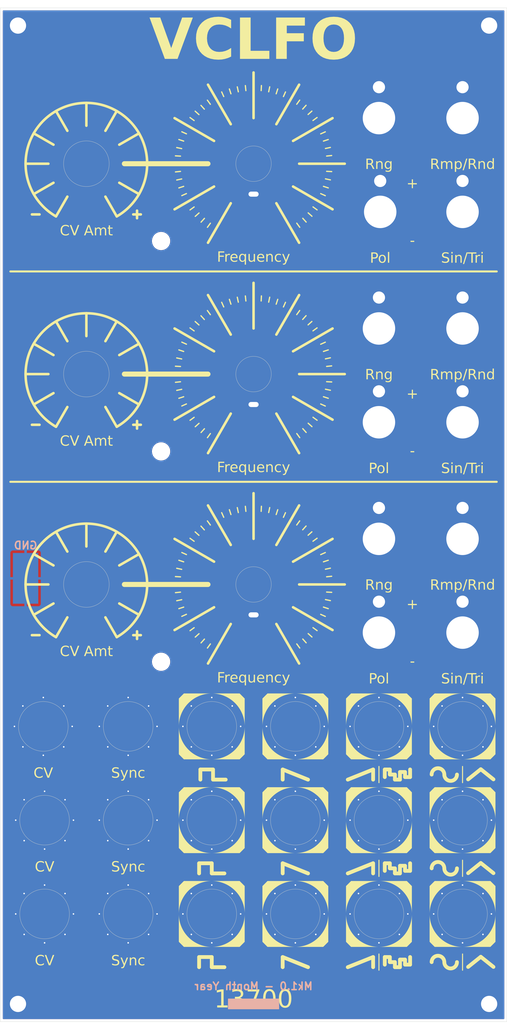
<source format=kicad_pcb>
(kicad_pcb (version 20241229) (generator "pcbnew") (generator_version "9.0")
  (title_block (title "Kosmo Format Front Panel - 10 cm") (company "DMH Instruments"))
  (layers (0 "F.Cu" signal) (2 "B.Cu" signal) (13 "F.Paste" user) (15 "B.Paste" user) (5 "F.SilkS" user "F.Silkscreen") (7 "B.SilkS" user "B.Silkscreen") (1 "F.Mask" user) (3 "B.Mask" user) (25 "Edge.Cuts" user))
  (property "Function" "")
  (net 0 "")
  (net 1 "GND")
  (footprint "SynthStuff:Jack_6.35mm_Cutout_v3" (layer "F.Cu") (at 58.75 208.75)
    (property "Reference" "H30")
    (property "Value" "CV" (at 0 9.3 0) (layer "F.SilkS") (effects (font (size 2 2))))
    (fp_circle (center 0 0) (end 0 -4.9) (stroke (width 0.05)) (fill no) (layer "Edge.Cuts"))
    (pad "1" thru_hole circle (at -5.7 0) (size 0.5 0.5) (drill 0.3) (layers "*.Cu" "*.Mask") (net 1 "GND"))
    (pad "1" thru_hole circle (at -4.04 -4.03) (size 0.5 0.5) (drill 0.3) (layers "*.Cu" "*.Mask") (net 1 "GND"))
    (pad "1" thru_hole circle (at -4.03 4.04) (size 0.5 0.5) (drill 0.3) (layers "*.Cu" "*.Mask") (net 1 "GND"))
    (pad "1" thru_hole circle (at 0 -5.7) (size 0.5 0.5) (drill 0.3) (layers "*.Cu" "*.Mask") (net 1 "GND"))
    (pad "1" connect circle (at 0 0) (size 12 12) (layers "F.Cu" "F.Mask") (net 1 "GND"))
    (pad "1" connect circle (at 0 0) (size 12 12) (layers "B.Cu" "B.Mask") (net 1 "GND"))
    (pad "1" thru_hole circle (at 0 5.7) (size 0.5 0.5) (drill 0.3) (layers "*.Cu" "*.Mask") (net 1 "GND"))
    (pad "1" thru_hole circle (at 4.03 4.04) (size 0.5 0.5) (drill 0.3) (layers "*.Cu" "*.Mask") (net 1 "GND"))
    (pad "1" thru_hole circle (at 4.04 -4.03) (size 0.5 0.5) (drill 0.3) (layers "*.Cu" "*.Mask") (net 1 "GND"))
    (pad "1" thru_hole circle (at 5.7 0) (size 0.5 0.5) (drill 0.3) (layers "*.Cu" "*.Mask") (net 1 "GND"))
  )
  (footprint "SynthStuff:MountingHole_Rails" (layer "F.Cu") (at 53.5 226.5)
    (property "Reference" "H3")
    (property "Value" "MountingHole_Rails" (hide yes))
    (pad "1" thru_hole circle (at 0 0) (size 4 4) (drill 3.2) (layers "*.Cu" "*.Mask") (net 1 "GND"))
  )
  (footprint "SynthStuff:Jack_6.35mm_Cutout_Output_v6" (layer "F.Cu") (at 141.25 171.75)
    (property "Reference" "H11")
    (property "Value" "Triangle / Sine" (hide yes))
    (fp_circle (center 0 0) (end 0 -4.9) (stroke (width 0.05)) (fill no) (layer "Edge.Cuts"))
    (pad "1" thru_hole circle (at -5.7 0) (size 0.5 0.5) (drill 0.3) (layers "*.Cu" "*.Mask") (net 1 "GND"))
    (pad "1" thru_hole circle (at -4.04 -4.03) (size 0.5 0.5) (drill 0.3) (layers "*.Cu" "*.Mask") (net 1 "GND"))
    (pad "1" thru_hole circle (at -4.03 4.04) (size 0.5 0.5) (drill 0.3) (layers "*.Cu" "*.Mask") (net 1 "GND"))
    (pad "1" thru_hole circle (at 0 -5.7) (size 0.5 0.5) (drill 0.3) (layers "*.Cu" "*.Mask") (net 1 "GND"))
    (pad "1" connect circle (at 0 0) (size 12 12) (layers "F.Cu" "F.Mask") (net 1 "GND"))
    (pad "1" connect circle (at 0 0) (size 12 12) (layers "B.Cu" "B.Mask") (net 1 "GND"))
    (pad "1" thru_hole circle (at 0 5.7) (size 0.5 0.5) (drill 0.3) (layers "*.Cu" "*.Mask") (net 1 "GND"))
    (pad "1" thru_hole circle (at 4.03 4.04) (size 0.5 0.5) (drill 0.3) (layers "*.Cu" "*.Mask") (net 1 "GND"))
    (pad "1" thru_hole circle (at 4.04 -4.03) (size 0.5 0.5) (drill 0.3) (layers "*.Cu" "*.Mask") (net 1 "GND"))
    (pad "1" thru_hole circle (at 5.7 0) (size 0.5 0.5) (drill 0.3) (layers "*.Cu" "*.Mask") (net 1 "GND"))
  )
  (footprint "SynthStuff:Jack_6.35mm_Cutout_v3" (layer "F.Cu") (at 75.25 171.75)
    (property "Reference" "H21")
    (property "Value" "Sync" (at 0 9.3 0) (layer "F.SilkS") (effects (font (size 2 2))))
    (fp_circle (center 0 0) (end 0 -4.9) (stroke (width 0.05)) (fill no) (layer "Edge.Cuts"))
    (pad "1" thru_hole circle (at -5.7 0) (size 0.5 0.5) (drill 0.3) (layers "*.Cu" "*.Mask") (net 1 "GND"))
    (pad "1" thru_hole circle (at -4.04 -4.03) (size 0.5 0.5) (drill 0.3) (layers "*.Cu" "*.Mask") (net 1 "GND"))
    (pad "1" thru_hole circle (at -4.03 4.04) (size 0.5 0.5) (drill 0.3) (layers "*.Cu" "*.Mask") (net 1 "GND"))
    (pad "1" thru_hole circle (at 0 -5.7) (size 0.5 0.5) (drill 0.3) (layers "*.Cu" "*.Mask") (net 1 "GND"))
    (pad "1" connect circle (at 0 0) (size 12 12) (layers "F.Cu" "F.Mask") (net 1 "GND"))
    (pad "1" connect circle (at 0 0) (size 12 12) (layers "B.Cu" "B.Mask") (net 1 "GND"))
    (pad "1" thru_hole circle (at 0 5.7) (size 0.5 0.5) (drill 0.3) (layers "*.Cu" "*.Mask") (net 1 "GND"))
    (pad "1" thru_hole circle (at 4.03 4.04) (size 0.5 0.5) (drill 0.3) (layers "*.Cu" "*.Mask") (net 1 "GND"))
    (pad "1" thru_hole circle (at 4.04 -4.03) (size 0.5 0.5) (drill 0.3) (layers "*.Cu" "*.Mask") (net 1 "GND"))
    (pad "1" thru_hole circle (at 5.7 0) (size 0.5 0.5) (drill 0.3) (layers "*.Cu" "*.Mask") (net 1 "GND"))
  )
  (footprint "SynthStuff:Toggle_Switch_TE_Cutout" (layer "F.Cu") (at 124.75 93.25)
    (property "Reference" "H42")
    (property "Value" "Rng" (at 0 9.2 0) (layer "F.SilkS") (effects (font (size 2 2))))
    (pad "1" thru_hole circle (at 0 -6.1) (size 2.9 2.9) (drill 2.4) (layers "*.Cu" "*.Mask") (net 1 "GND"))
    (pad "1" thru_hole circle (at 0 0) (size 13 13) (drill 6.4) (layers "*.Cu" "*.Mask") (net 1 "GND"))
  )
  (footprint "SynthStuff:Jack_6.35mm_Cutout_Output_v6" (layer "F.Cu") (at 124.75 208.75)
    (property "Reference" "H33")
    (property "Value" "Ramp / Random" (hide yes))
    (fp_circle (center 0 0) (end 0 -4.9) (stroke (width 0.05)) (fill no) (layer "Edge.Cuts"))
    (pad "1" thru_hole circle (at -5.7 0) (size 0.5 0.5) (drill 0.3) (layers "*.Cu" "*.Mask") (net 1 "GND"))
    (pad "1" thru_hole circle (at -4.04 -4.03) (size 0.5 0.5) (drill 0.3) (layers "*.Cu" "*.Mask") (net 1 "GND"))
    (pad "1" thru_hole circle (at -4.03 4.04) (size 0.5 0.5) (drill 0.3) (layers "*.Cu" "*.Mask") (net 1 "GND"))
    (pad "1" thru_hole circle (at 0 -5.7) (size 0.5 0.5) (drill 0.3) (layers "*.Cu" "*.Mask") (net 1 "GND"))
    (pad "1" connect circle (at 0 0) (size 12 12) (layers "F.Cu" "F.Mask") (net 1 "GND"))
    (pad "1" connect circle (at 0 0) (size 12 12) (layers "B.Cu" "B.Mask") (net 1 "GND"))
    (pad "1" thru_hole circle (at 0 5.7) (size 0.5 0.5) (drill 0.3) (layers "*.Cu" "*.Mask") (net 1 "GND"))
    (pad "1" thru_hole circle (at 4.03 4.04) (size 0.5 0.5) (drill 0.3) (layers "*.Cu" "*.Mask") (net 1 "GND"))
    (pad "1" thru_hole circle (at 4.04 -4.03) (size 0.5 0.5) (drill 0.3) (layers "*.Cu" "*.Mask") (net 1 "GND"))
    (pad "1" thru_hole circle (at 5.7 0) (size 0.5 0.5) (drill 0.3) (layers "*.Cu" "*.Mask") (net 1 "GND"))
  )
  (footprint "SynthStuff:Toggle_Switch_TE_Cutout" (layer "F.Cu") (at 141.25 153.25)
    (property "Reference" "H29")
    (property "Value" "Sin/Tri" (at 0 9.2 0) (layer "F.SilkS") (effects (font (size 2 2))))
    (pad "1" thru_hole circle (at 0 -6.1) (size 2.9 2.9) (drill 2.4) (layers "*.Cu" "*.Mask") (net 1 "GND"))
    (pad "1" thru_hole circle (at 0 0) (size 13 13) (drill 6.4) (layers "*.Cu" "*.Mask") (net 1 "GND"))
  )
  (footprint "SynthStuff:Jack_6.35mm_Cutout_Output_v6" (layer "F.Cu") (at 141.25 208.75)
    (property "Reference" "H34")
    (property "Value" "Triangle / Sine" (hide yes))
    (fp_circle (center 0 0) (end 0 -4.9) (stroke (width 0.05)) (fill no) (layer "Edge.Cuts"))
    (pad "1" thru_hole circle (at -5.7 0) (size 0.5 0.5) (drill 0.3) (layers "*.Cu" "*.Mask") (net 1 "GND"))
    (pad "1" thru_hole circle (at -4.04 -4.03) (size 0.5 0.5) (drill 0.3) (layers "*.Cu" "*.Mask") (net 1 "GND"))
    (pad "1" thru_hole circle (at -4.03 4.04) (size 0.5 0.5) (drill 0.3) (layers "*.Cu" "*.Mask") (net 1 "GND"))
    (pad "1" thru_hole circle (at 0 -5.7) (size 0.5 0.5) (drill 0.3) (layers "*.Cu" "*.Mask") (net 1 "GND"))
    (pad "1" connect circle (at 0 0) (size 12 12) (layers "F.Cu" "F.Mask") (net 1 "GND"))
    (pad "1" connect circle (at 0 0) (size 12 12) (layers "B.Cu" "B.Mask") (net 1 "GND"))
    (pad "1" thru_hole circle (at 0 5.7) (size 0.5 0.5) (drill 0.3) (layers "*.Cu" "*.Mask") (net 1 "GND"))
    (pad "1" thru_hole circle (at 4.03 4.04) (size 0.5 0.5) (drill 0.3) (layers "*.Cu" "*.Mask") (net 1 "GND"))
    (pad "1" thru_hole circle (at 4.04 -4.03) (size 0.5 0.5) (drill 0.3) (layers "*.Cu" "*.Mask") (net 1 "GND"))
    (pad "1" thru_hole circle (at 5.7 0) (size 0.5 0.5) (drill 0.3) (layers "*.Cu" "*.Mask") (net 1 "GND"))
  )
  (footprint "SynthStuff:Pot_Cutout_Tiny_attv_P110KH1" (layer "F.Cu") (at 67 60.75)
    (property "Reference" "H13")
    (property "Value" "CV Amt" (at 0 13.3 0) (layer "F.SilkS") (effects (font (size 2 2))))
    (fp_circle (center 0 0) (end 4.5 0) (stroke (width 0.05)) (fill no) (layer "Edge.Cuts"))
    (pad "1" connect circle (at 0 0) (size 12 12) (layers "F.Cu" "F.Mask") (net 1 "GND"))
    (pad "1" connect circle (at 0 0) (size 12 12) (layers "B.Cu" "B.Mask") (net 1 "GND"))
  )
  (footprint "SynthStuff:Toggle_Switch_TE_Cutout" (layer "F.Cu") (at 141.25 111.75)
    (property "Reference" "H19")
    (property "Value" "Sin/Tri" (at 0 9.2 0) (layer "F.SilkS") (effects (font (size 2 2))))
    (pad "1" thru_hole circle (at 0 -6.1) (size 2.9 2.9) (drill 2.4) (layers "*.Cu" "*.Mask") (net 1 "GND"))
    (pad "1" thru_hole circle (at 0 0) (size 13 13) (drill 6.4) (layers "*.Cu" "*.Mask") (net 1 "GND"))
  )
  (footprint "SynthStuff:MountingHole_LED_3mm" (layer "F.Cu") (at 81.75 159)
    (property "Reference" "H25" (hide yes))
    (property "Value" "LED A" (hide yes))
    (pad "" np_thru_hole circle (at 0 0) (size 3.1 3.1) (drill 3.1) (layers "*.Cu" "*.Mask"))
  )
  (footprint "SynthStuff:Toggle_Switch_TE_Cutout" (layer "F.Cu") (at 124.75 51.75)
    (property "Reference" "H41")
    (property "Value" "Rng" (at 0 9.2 0) (layer "F.SilkS") (effects (font (size 2 2))))
    (pad "1" thru_hole circle (at 0 -6.1) (size 2.9 2.9) (drill 2.4) (layers "*.Cu" "*.Mask") (net 1 "GND"))
    (pad "1" thru_hole circle (at 0 0) (size 13 13) (drill 6.4) (layers "*.Cu" "*.Mask") (net 1 "GND"))
  )
  (footprint "SynthStuff:MountingHole_LED_3mm" (layer "F.Cu") (at 81.75 76)
    (property "Reference" "H14" (hide yes))
    (property "Value" "LED A" (hide yes))
    (pad "" np_thru_hole circle (at 0 0) (size 3.1 3.1) (drill 3.1) (layers "*.Cu" "*.Mask"))
  )
  (footprint "SynthStuff:Toggle_Switch_TE_Cutout" (layer "F.Cu") (at 141.25 134.75)
    (property "Reference" "H27")
    (property "Value" "Rmp/Rnd" (at 0 9.2 0) (layer "F.SilkS") (effects (font (size 2 2))))
    (pad "1" thru_hole circle (at 0 -6.1) (size 2.9 2.9) (drill 2.4) (layers "*.Cu" "*.Mask") (net 1 "GND"))
    (pad "1" thru_hole circle (at 0 0) (size 13 13) (drill 6.4) (layers "*.Cu" "*.Mask") (net 1 "GND"))
  )
  (footprint "SynthStuff:Jack_6.35mm_Cutout_Output_v6" (layer "F.Cu") (at 124.75 171.75)
    (property "Reference" "H10")
    (property "Value" "Ramp / Random" (hide yes))
    (fp_circle (center 0 0) (end 0 -4.9) (stroke (width 0.05)) (fill no) (layer "Edge.Cuts"))
    (pad "1" thru_hole circle (at -5.7 0) (size 0.5 0.5) (drill 0.3) (layers "*.Cu" "*.Mask") (net 1 "GND"))
    (pad "1" thru_hole circle (at -4.04 -4.03) (size 0.5 0.5) (drill 0.3) (layers "*.Cu" "*.Mask") (net 1 "GND"))
    (pad "1" thru_hole circle (at -4.03 4.04) (size 0.5 0.5) (drill 0.3) (layers "*.Cu" "*.Mask") (net 1 "GND"))
    (pad "1" thru_hole circle (at 0 -5.7) (size 0.5 0.5) (drill 0.3) (layers "*.Cu" "*.Mask") (net 1 "GND"))
    (pad "1" connect circle (at 0 0) (size 12 12) (layers "F.Cu" "F.Mask") (net 1 "GND"))
    (pad "1" connect circle (at 0 0) (size 12 12) (layers "B.Cu" "B.Mask") (net 1 "GND"))
    (pad "1" thru_hole circle (at 0 5.7) (size 0.5 0.5) (drill 0.3) (layers "*.Cu" "*.Mask") (net 1 "GND"))
    (pad "1" thru_hole circle (at 4.03 4.04) (size 0.5 0.5) (drill 0.3) (layers "*.Cu" "*.Mask") (net 1 "GND"))
    (pad "1" thru_hole circle (at 4.04 -4.03) (size 0.5 0.5) (drill 0.3) (layers "*.Cu" "*.Mask") (net 1 "GND"))
    (pad "1" thru_hole circle (at 5.7 0) (size 0.5 0.5) (drill 0.3) (layers "*.Cu" "*.Mask") (net 1 "GND"))
  )
  (footprint "SynthStuff:Pot_Cutout_Medium_v2" (layer "F.Cu") (at 100 102.25)
    (property "Reference" "H16")
    (property "Value" "Frequency" (at 0 18.5 0) (layer "F.SilkS") (effects (font (size 2 2))))
    (fp_circle (center 0 0) (end 0 3.5) (stroke (width 0.05)) (fill no) (layer "Edge.Cuts"))
    (pad "1" connect circle (at 0 0) (size 12 12) (layers "F.Cu" "F.Mask") (net 1 "GND"))
    (pad "1" connect circle (at 0 0) (size 12 12) (layers "B.Cu" "B.Mask") (net 1 "GND"))
    (pad "1" thru_hole oval (at 0 6) (size 2.5 1.5) (drill oval 2 1) (layers "*.Cu" "*.Mask") (net 1 "GND"))
  )
  (footprint "SynthStuff:Jack_6.35mm_Cutout_Output_v6" (layer "F.Cu") (at 108.25 190.25)
    (property "Reference" "H22")
    (property "Value" "Saw" (hide yes))
    (fp_circle (center 0 0) (end 0 -4.9) (stroke (width 0.05)) (fill no) (layer "Edge.Cuts"))
    (pad "1" thru_hole circle (at -5.7 0) (size 0.5 0.5) (drill 0.3) (layers "*.Cu" "*.Mask") (net 1 "GND"))
    (pad "1" thru_hole circle (at -4.04 -4.03) (size 0.5 0.5) (drill 0.3) (layers "*.Cu" "*.Mask") (net 1 "GND"))
    (pad "1" thru_hole circle (at -4.03 4.04) (size 0.5 0.5) (drill 0.3) (layers "*.Cu" "*.Mask") (net 1 "GND"))
    (pad "1" thru_hole circle (at 0 -5.7) (size 0.5 0.5) (drill 0.3) (layers "*.Cu" "*.Mask") (net 1 "GND"))
    (pad "1" connect circle (at 0 0) (size 12 12) (layers "F.Cu" "F.Mask") (net 1 "GND"))
    (pad "1" connect circle (at 0 0) (size 12 12) (layers "B.Cu" "B.Mask") (net 1 "GND"))
    (pad "1" thru_hole circle (at 0 5.7) (size 0.5 0.5) (drill 0.3) (layers "*.Cu" "*.Mask") (net 1 "GND"))
    (pad "1" thru_hole circle (at 4.03 4.04) (size 0.5 0.5) (drill 0.3) (layers "*.Cu" "*.Mask") (net 1 "GND"))
    (pad "1" thru_hole circle (at 4.04 -4.03) (size 0.5 0.5) (drill 0.3) (layers "*.Cu" "*.Mask") (net 1 "GND"))
    (pad "1" thru_hole circle (at 5.7 0) (size 0.5 0.5) (drill 0.3) (layers "*.Cu" "*.Mask") (net 1 "GND"))
  )
  (footprint "SynthStuff:Jack_6.35mm_Cutout_Output_v6" (layer "F.Cu") (at 108.25 171.75)
    (property "Reference" "H9")
    (property "Value" "Saw" (hide yes))
    (fp_circle (center 0 0) (end 0 -4.9) (stroke (width 0.05)) (fill no) (layer "Edge.Cuts"))
    (pad "1" thru_hole circle (at -5.7 0) (size 0.5 0.5) (drill 0.3) (layers "*.Cu" "*.Mask") (net 1 "GND"))
    (pad "1" thru_hole circle (at -4.04 -4.03) (size 0.5 0.5) (drill 0.3) (layers "*.Cu" "*.Mask") (net 1 "GND"))
    (pad "1" thru_hole circle (at -4.03 4.04) (size 0.5 0.5) (drill 0.3) (layers "*.Cu" "*.Mask") (net 1 "GND"))
    (pad "1" thru_hole circle (at 0 -5.7) (size 0.5 0.5) (drill 0.3) (layers "*.Cu" "*.Mask") (net 1 "GND"))
    (pad "1" connect circle (at 0 0) (size 12 12) (layers "F.Cu" "F.Mask") (net 1 "GND"))
    (pad "1" connect circle (at 0 0) (size 12 12) (layers "B.Cu" "B.Mask") (net 1 "GND"))
    (pad "1" thru_hole circle (at 0 5.7) (size 0.5 0.5) (drill 0.3) (layers "*.Cu" "*.Mask") (net 1 "GND"))
    (pad "1" thru_hole circle (at 4.03 4.04) (size 0.5 0.5) (drill 0.3) (layers "*.Cu" "*.Mask") (net 1 "GND"))
    (pad "1" thru_hole circle (at 4.04 -4.03) (size 0.5 0.5) (drill 0.3) (layers "*.Cu" "*.Mask") (net 1 "GND"))
    (pad "1" thru_hole circle (at 5.7 0) (size 0.5 0.5) (drill 0.3) (layers "*.Cu" "*.Mask") (net 1 "GND"))
  )
  (footprint "SynthStuff:MountingHole_LED_3mm" (layer "F.Cu") (at 81.75 117.5)
    (property "Reference" "H15" (hide yes))
    (property "Value" "LED A" (hide yes))
    (pad "" np_thru_hole circle (at 0 0) (size 3.1 3.1) (drill 3.1) (layers "*.Cu" "*.Mask"))
  )
  (footprint "SynthStuff:Pot_Cutout_Medium_v2" (layer "F.Cu") (at 100 143.75)
    (property "Reference" "H26")
    (property "Value" "Frequency" (at 0 18.5 0) (layer "F.SilkS") (effects (font (size 2 2))))
    (fp_circle (center 0 0) (end 0 3.5) (stroke (width 0.05)) (fill no) (layer "Edge.Cuts"))
    (pad "1" connect circle (at 0 0) (size 12 12) (layers "F.Cu" "F.Mask") (net 1 "GND"))
    (pad "1" connect circle (at 0 0) (size 12 12) (layers "B.Cu" "B.Mask") (net 1 "GND"))
    (pad "1" thru_hole oval (at 0 6) (size 2.5 1.5) (drill oval 2 1) (layers "*.Cu" "*.Mask") (net 1 "GND"))
  )
  (footprint "SynthStuff:Toggle_Switch_TE_Cutout" (layer "F.Cu") (at 124.75 153.25)
    (property "Reference" "H46")
    (property "Value" "Pol" (at 0 9.2 0) (layer "F.SilkS") (effects (font (size 2 2))))
    (pad "1" thru_hole circle (at 0 -6.1) (size 2.9 2.9) (drill 2.4) (layers "*.Cu" "*.Mask") (net 1 "GND"))
    (pad "1" thru_hole circle (at 0 0) (size 13 13) (drill 6.4) (layers "*.Cu" "*.Mask") (net 1 "GND"))
  )
  (footprint "SynthStuff:Pot_Cutout_Tiny_attv_P110KH1" (layer "F.Cu") (at 67 143.75)
    (property "Reference" "H28")
    (property "Value" "CV Amt" (at 0 13.3 0) (layer "F.SilkS") (effects (font (size 2 2))))
    (fp_circle (center 0 0) (end 4.5 0) (stroke (width 0.05)) (fill no) (layer "Edge.Cuts"))
    (pad "1" connect circle (at 0 0) (size 12 12) (layers "F.Cu" "F.Mask") (net 1 "GND"))
    (pad "1" connect circle (at 0 0) (size 12 12) (layers "B.Cu" "B.Mask") (net 1 "GND"))
  )
  (footprint "SynthStuff:Jack_6.35mm_Cutout_v3" (layer "F.Cu") (at 58.75 190.25)
    (property "Reference" "H20")
    (property "Value" "CV" (at 0 9.3 0) (layer "F.SilkS") (effects (font (size 2 2))))
    (fp_circle (center 0 0) (end 0 -4.9) (stroke (width 0.05)) (fill no) (layer "Edge.Cuts"))
    (pad "1" thru_hole circle (at -5.7 0) (size 0.5 0.5) (drill 0.3) (layers "*.Cu" "*.Mask") (net 1 "GND"))
    (pad "1" thru_hole circle (at -4.04 -4.03) (size 0.5 0.5) (drill 0.3) (layers "*.Cu" "*.Mask") (net 1 "GND"))
    (pad "1" thru_hole circle (at -4.03 4.04) (size 0.5 0.5) (drill 0.3) (layers "*.Cu" "*.Mask") (net 1 "GND"))
    (pad "1" thru_hole circle (at 0 -5.7) (size 0.5 0.5) (drill 0.3) (layers "*.Cu" "*.Mask") (net 1 "GND"))
    (pad "1" connect circle (at 0 0) (size 12 12) (layers "F.Cu" "F.Mask") (net 1 "GND"))
    (pad "1" connect circle (at 0 0) (size 12 12) (layers "B.Cu" "B.Mask") (net 1 "GND"))
    (pad "1" thru_hole circle (at 0 5.7) (size 0.5 0.5) (drill 0.3) (layers "*.Cu" "*.Mask") (net 1 "GND"))
    (pad "1" thru_hole circle (at 4.03 4.04) (size 0.5 0.5) (drill 0.3) (layers "*.Cu" "*.Mask") (net 1 "GND"))
    (pad "1" thru_hole circle (at 4.04 -4.03) (size 0.5 0.5) (drill 0.3) (layers "*.Cu" "*.Mask") (net 1 "GND"))
    (pad "1" thru_hole circle (at 5.7 0) (size 0.5 0.5) (drill 0.3) (layers "*.Cu" "*.Mask") (net 1 "GND"))
  )
  (footprint "SynthStuff:Toggle_Switch_TE_Cutout" (layer "F.Cu") (at 141.25 70.25)
    (property "Reference" "H6")
    (property "Value" "Sin/Tri" (at 0 9.2 0) (layer "F.SilkS") (effects (font (size 2 2))))
    (pad "1" thru_hole circle (at 0 -6.1) (size 2.9 2.9) (drill 2.4) (layers "*.Cu" "*.Mask") (net 1 "GND"))
    (pad "1" thru_hole circle (at 0 0) (size 13 13) (drill 6.4) (layers "*.Cu" "*.Mask") (net 1 "GND"))
  )
  (footprint "SynthStuff:Jack_6.35mm_Cutout_Output_v6" (layer "F.Cu") (at 141.25 190.25)
    (property "Reference" "H24")
    (property "Value" "Triangle / Sine" (hide yes))
    (fp_circle (center 0 0) (end 0 -4.9) (stroke (width 0.05)) (fill no) (layer "Edge.Cuts"))
    (pad "1" thru_hole circle (at -5.7 0) (size 0.5 0.5) (drill 0.3) (layers "*.Cu" "*.Mask") (net 1 "GND"))
    (pad "1" thru_hole circle (at -4.04 -4.03) (size 0.5 0.5) (drill 0.3) (layers "*.Cu" "*.Mask") (net 1 "GND"))
    (pad "1" thru_hole circle (at -4.03 4.04) (size 0.5 0.5) (drill 0.3) (layers "*.Cu" "*.Mask") (net 1 "GND"))
    (pad "1" thru_hole circle (at 0 -5.7) (size 0.5 0.5) (drill 0.3) (layers "*.Cu" "*.Mask") (net 1 "GND"))
    (pad "1" connect circle (at 0 0) (size 12 12) (layers "F.Cu" "F.Mask") (net 1 "GND"))
    (pad "1" connect circle (at 0 0) (size 12 12) (layers "B.Cu" "B.Mask") (net 1 "GND"))
    (pad "1" thru_hole circle (at 0 5.7) (size 0.5 0.5) (drill 0.3) (layers "*.Cu" "*.Mask") (net 1 "GND"))
    (pad "1" thru_hole circle (at 4.03 4.04) (size 0.5 0.5) (drill 0.3) (layers "*.Cu" "*.Mask") (net 1 "GND"))
    (pad "1" thru_hole circle (at 4.04 -4.03) (size 0.5 0.5) (drill 0.3) (layers "*.Cu" "*.Mask") (net 1 "GND"))
    (pad "1" thru_hole circle (at 5.7 0) (size 0.5 0.5) (drill 0.3) (layers "*.Cu" "*.Mask") (net 1 "GND"))
  )
  (footprint "SynthStuff:Toggle_Switch_TE_Cutout" (layer "F.Cu") (at 124.75 111.75)
    (property "Reference" "H45")
    (property "Value" "Pol" (at 0 9.2 0) (layer "F.SilkS") (effects (font (size 2 2))))
    (pad "1" thru_hole circle (at 0 -6.1) (size 2.9 2.9) (drill 2.4) (layers "*.Cu" "*.Mask") (net 1 "GND"))
    (pad "1" thru_hole circle (at 0 0) (size 13 13) (drill 6.4) (layers "*.Cu" "*.Mask") (net 1 "GND"))
  )
  (footprint "SynthStuff:Jack_6.35mm_Cutout_Output_v6" (layer "F.Cu") (at 91.75 190.25)
    (property "Reference" "H39")
    (property "Value" "Square" (hide yes))
    (fp_circle (center 0 0) (end 0 -4.9) (stroke (width 0.05)) (fill no) (layer "Edge.Cuts"))
    (pad "1" thru_hole circle (at -5.7 0) (size 0.5 0.5) (drill 0.3) (layers "*.Cu" "*.Mask") (net 1 "GND"))
    (pad "1" thru_hole circle (at -4.04 -4.03) (size 0.5 0.5) (drill 0.3) (layers "*.Cu" "*.Mask") (net 1 "GND"))
    (pad "1" thru_hole circle (at -4.03 4.04) (size 0.5 0.5) (drill 0.3) (layers "*.Cu" "*.Mask") (net 1 "GND"))
    (pad "1" thru_hole circle (at 0 -5.7) (size 0.5 0.5) (drill 0.3) (layers "*.Cu" "*.Mask") (net 1 "GND"))
    (pad "1" connect circle (at 0 0) (size 12 12) (layers "F.Cu" "F.Mask") (net 1 "GND"))
    (pad "1" connect circle (at 0 0) (size 12 12) (layers "B.Cu" "B.Mask") (net 1 "GND"))
    (pad "1" thru_hole circle (at 0 5.7) (size 0.5 0.5) (drill 0.3) (layers "*.Cu" "*.Mask") (net 1 "GND"))
    (pad "1" thru_hole circle (at 4.03 4.04) (size 0.5 0.5) (drill 0.3) (layers "*.Cu" "*.Mask") (net 1 "GND"))
    (pad "1" thru_hole circle (at 4.04 -4.03) (size 0.5 0.5) (drill 0.3) (layers "*.Cu" "*.Mask") (net 1 "GND"))
    (pad "1" thru_hole circle (at 5.7 0) (size 0.5 0.5) (drill 0.3) (layers "*.Cu" "*.Mask") (net 1 "GND"))
  )
  (footprint "SynthStuff:Jack_6.35mm_Cutout_Output_v6" (layer "F.Cu") (at 91.75 171.75)
    (property "Reference" "H8")
    (property "Value" "Square" (hide yes))
    (fp_circle (center 0 0) (end 0 -4.9) (stroke (width 0.05)) (fill no) (layer "Edge.Cuts"))
    (pad "1" thru_hole circle (at -5.7 0) (size 0.5 0.5) (drill 0.3) (layers "*.Cu" "*.Mask") (net 1 "GND"))
    (pad "1" thru_hole circle (at -4.04 -4.03) (size 0.5 0.5) (drill 0.3) (layers "*.Cu" "*.Mask") (net 1 "GND"))
    (pad "1" thru_hole circle (at -4.03 4.04) (size 0.5 0.5) (drill 0.3) (layers "*.Cu" "*.Mask") (net 1 "GND"))
    (pad "1" thru_hole circle (at 0 -5.7) (size 0.5 0.5) (drill 0.3) (layers "*.Cu" "*.Mask") (net 1 "GND"))
    (pad "1" connect circle (at 0 0) (size 12 12) (layers "F.Cu" "F.Mask") (net 1 "GND"))
    (pad "1" connect circle (at 0 0) (size 12 12) (layers "B.Cu" "B.Mask") (net 1 "GND"))
    (pad "1" thru_hole circle (at 0 5.7) (size 0.5 0.5) (drill 0.3) (layers "*.Cu" "*.Mask") (net 1 "GND"))
    (pad "1" thru_hole circle (at 4.03 4.04) (size 0.5 0.5) (drill 0.3) (layers "*.Cu" "*.Mask") (net 1 "GND"))
    (pad "1" thru_hole circle (at 4.04 -4.03) (size 0.5 0.5) (drill 0.3) (layers "*.Cu" "*.Mask") (net 1 "GND"))
    (pad "1" thru_hole circle (at 5.7 0) (size 0.5 0.5) (drill 0.3) (layers "*.Cu" "*.Mask") (net 1 "GND"))
  )
  (footprint "SynthStuff:Jack_6.35mm_Cutout_v3" (layer "F.Cu") (at 75.25 208.75)
    (property "Reference" "H35")
    (property "Value" "Sync" (at 0 9.3 0) (layer "F.SilkS") (effects (font (size 2 2))))
    (fp_circle (center 0 0) (end 0 -4.9) (stroke (width 0.05)) (fill no) (layer "Edge.Cuts"))
    (pad "1" thru_hole circle (at -5.7 0) (size 0.5 0.5) (drill 0.3) (layers "*.Cu" "*.Mask") (net 1 "GND"))
    (pad "1" thru_hole circle (at -4.04 -4.03) (size 0.5 0.5) (drill 0.3) (layers "*.Cu" "*.Mask") (net 1 "GND"))
    (pad "1" thru_hole circle (at -4.03 4.04) (size 0.5 0.5) (drill 0.3) (layers "*.Cu" "*.Mask") (net 1 "GND"))
    (pad "1" thru_hole circle (at 0 -5.7) (size 0.5 0.5) (drill 0.3) (layers "*.Cu" "*.Mask") (net 1 "GND"))
    (pad "1" connect circle (at 0 0) (size 12 12) (layers "F.Cu" "F.Mask") (net 1 "GND"))
    (pad "1" connect circle (at 0 0) (size 12 12) (layers "B.Cu" "B.Mask") (net 1 "GND"))
    (pad "1" thru_hole circle (at 0 5.7) (size 0.5 0.5) (drill 0.3) (layers "*.Cu" "*.Mask") (net 1 "GND"))
    (pad "1" thru_hole circle (at 4.03 4.04) (size 0.5 0.5) (drill 0.3) (layers "*.Cu" "*.Mask") (net 1 "GND"))
    (pad "1" thru_hole circle (at 4.04 -4.03) (size 0.5 0.5) (drill 0.3) (layers "*.Cu" "*.Mask") (net 1 "GND"))
    (pad "1" thru_hole circle (at 5.7 0) (size 0.5 0.5) (drill 0.3) (layers "*.Cu" "*.Mask") (net 1 "GND"))
  )
  (footprint "SynthStuff:Jack_6.35mm_Cutout_Output_v6" (layer "F.Cu") (at 124.75 190.25)
    (property "Reference" "H23")
    (property "Value" "Ramp / Random" (hide yes))
    (fp_circle (center 0 0) (end 0 -4.9) (stroke (width 0.05)) (fill no) (layer "Edge.Cuts"))
    (pad "1" thru_hole circle (at -5.7 0) (size 0.5 0.5) (drill 0.3) (layers "*.Cu" "*.Mask") (net 1 "GND"))
    (pad "1" thru_hole circle (at -4.04 -4.03) (size 0.5 0.5) (drill 0.3) (layers "*.Cu" "*.Mask") (net 1 "GND"))
    (pad "1" thru_hole circle (at -4.03 4.04) (size 0.5 0.5) (drill 0.3) (layers "*.Cu" "*.Mask") (net 1 "GND"))
    (pad "1" thru_hole circle (at 0 -5.7) (size 0.5 0.5) (drill 0.3) (layers "*.Cu" "*.Mask") (net 1 "GND"))
    (pad "1" connect circle (at 0 0) (size 12 12) (layers "F.Cu" "F.Mask") (net 1 "GND"))
    (pad "1" connect circle (at 0 0) (size 12 12) (layers "B.Cu" "B.Mask") (net 1 "GND"))
    (pad "1" thru_hole circle (at 0 5.7) (size 0.5 0.5) (drill 0.3) (layers "*.Cu" "*.Mask") (net 1 "GND"))
    (pad "1" thru_hole circle (at 4.03 4.04) (size 0.5 0.5) (drill 0.3) (layers "*.Cu" "*.Mask") (net 1 "GND"))
    (pad "1" thru_hole circle (at 4.04 -4.03) (size 0.5 0.5) (drill 0.3) (layers "*.Cu" "*.Mask") (net 1 "GND"))
    (pad "1" thru_hole circle (at 5.7 0) (size 0.5 0.5) (drill 0.3) (layers "*.Cu" "*.Mask") (net 1 "GND"))
  )
  (footprint "SynthStuff:Jack_6.35mm_Cutout_v3" (layer "F.Cu") (at 58.5 171.75)
    (property "Reference" "H5")
    (property "Value" "CV" (at 0 9.3 0) (layer "F.SilkS") (effects (font (size 2 2))))
    (fp_circle (center 0 0) (end 0 -4.9) (stroke (width 0.05)) (fill no) (layer "Edge.Cuts"))
    (pad "1" thru_hole circle (at -5.7 0) (size 0.5 0.5) (drill 0.3) (layers "*.Cu" "*.Mask") (net 1 "GND"))
    (pad "1" thru_hole circle (at -4.04 -4.03) (size 0.5 0.5) (drill 0.3) (layers "*.Cu" "*.Mask") (net 1 "GND"))
    (pad "1" thru_hole circle (at -4.03 4.04) (size 0.5 0.5) (drill 0.3) (layers "*.Cu" "*.Mask") (net 1 "GND"))
    (pad "1" thru_hole circle (at 0 -5.7) (size 0.5 0.5) (drill 0.3) (layers "*.Cu" "*.Mask") (net 1 "GND"))
    (pad "1" connect circle (at 0 0) (size 12 12) (layers "F.Cu" "F.Mask") (net 1 "GND"))
    (pad "1" connect circle (at 0 0) (size 12 12) (layers "B.Cu" "B.Mask") (net 1 "GND"))
    (pad "1" thru_hole circle (at 0 5.7) (size 0.5 0.5) (drill 0.3) (layers "*.Cu" "*.Mask") (net 1 "GND"))
    (pad "1" thru_hole circle (at 4.03 4.04) (size 0.5 0.5) (drill 0.3) (layers "*.Cu" "*.Mask") (net 1 "GND"))
    (pad "1" thru_hole circle (at 4.04 -4.03) (size 0.5 0.5) (drill 0.3) (layers "*.Cu" "*.Mask") (net 1 "GND"))
    (pad "1" thru_hole circle (at 5.7 0) (size 0.5 0.5) (drill 0.3) (layers "*.Cu" "*.Mask") (net 1 "GND"))
  )
  (footprint "SynthStuff:Toggle_Switch_TE_Cutout" (layer "F.Cu") (at 125 70.25)
    (property "Reference" "H44")
    (property "Value" "Pol" (at 0 9.2 0) (layer "F.SilkS") (effects (font (size 2 2))))
    (pad "1" thru_hole circle (at 0 -6.1) (size 2.9 2.9) (drill 2.4) (layers "*.Cu" "*.Mask") (net 1 "GND"))
    (pad "1" thru_hole circle (at 0 0) (size 13 13) (drill 6.4) (layers "*.Cu" "*.Mask") (net 1 "GND"))
  )
  (footprint "SynthStuff:Jack_6.35mm_Cutout_Output_v6" (layer "F.Cu") (at 108.25 208.75)
    (property "Reference" "H32")
    (property "Value" "Saw" (hide yes))
    (fp_circle (center 0 0) (end 0 -4.9) (stroke (width 0.05)) (fill no) (layer "Edge.Cuts"))
    (pad "1" thru_hole circle (at -5.7 0) (size 0.5 0.5) (drill 0.3) (layers "*.Cu" "*.Mask") (net 1 "GND"))
    (pad "1" thru_hole circle (at -4.04 -4.03) (size 0.5 0.5) (drill 0.3) (layers "*.Cu" "*.Mask") (net 1 "GND"))
    (pad "1" thru_hole circle (at -4.03 4.04) (size 0.5 0.5) (drill 0.3) (layers "*.Cu" "*.Mask") (net 1 "GND"))
    (pad "1" thru_hole circle (at 0 -5.7) (size 0.5 0.5) (drill 0.3) (layers "*.Cu" "*.Mask") (net 1 "GND"))
    (pad "1" connect circle (at 0 0) (size 12 12) (layers "F.Cu" "F.Mask") (net 1 "GND"))
    (pad "1" connect circle (at 0 0) (size 12 12) (layers "B.Cu" "B.Mask") (net 1 "GND"))
    (pad "1" thru_hole circle (at 0 5.7) (size 0.5 0.5) (drill 0.3) (layers "*.Cu" "*.Mask") (net 1 "GND"))
    (pad "1" thru_hole circle (at 4.03 4.04) (size 0.5 0.5) (drill 0.3) (layers "*.Cu" "*.Mask") (net 1 "GND"))
    (pad "1" thru_hole circle (at 4.04 -4.03) (size 0.5 0.5) (drill 0.3) (layers "*.Cu" "*.Mask") (net 1 "GND"))
    (pad "1" thru_hole circle (at 5.7 0) (size 0.5 0.5) (drill 0.3) (layers "*.Cu" "*.Mask") (net 1 "GND"))
  )
  (footprint "SynthStuff:Toggle_Switch_TE_Cutout" (layer "F.Cu") (at 141.25 51.75)
    (property "Reference" "H7")
    (property "Value" "Rmp/Rnd" (at 0 9.2 0) (layer "F.SilkS") (effects (font (size 2 2))))
    (pad "1" thru_hole circle (at 0 -6.1) (size 2.9 2.9) (drill 2.4) (layers "*.Cu" "*.Mask") (net 1 "GND"))
    (pad "1" thru_hole circle (at 0 0) (size 13 13) (drill 6.4) (layers "*.Cu" "*.Mask") (net 1 "GND"))
  )
  (footprint "SynthStuff:Jack_6.35mm_Cutout_v3" (layer "F.Cu") (at 75.25 190.25)
    (property "Reference" "H31")
    (property "Value" "Sync" (at 0 9.3 0) (layer "F.SilkS") (effects (font (size 2 2))))
    (fp_circle (center 0 0) (end 0 -4.9) (stroke (width 0.05)) (fill no) (layer "Edge.Cuts"))
    (pad "1" thru_hole circle (at -5.7 0) (size 0.5 0.5) (drill 0.3) (layers "*.Cu" "*.Mask") (net 1 "GND"))
    (pad "1" thru_hole circle (at -4.04 -4.03) (size 0.5 0.5) (drill 0.3) (layers "*.Cu" "*.Mask") (net 1 "GND"))
    (pad "1" thru_hole circle (at -4.03 4.04) (size 0.5 0.5) (drill 0.3) (layers "*.Cu" "*.Mask") (net 1 "GND"))
    (pad "1" thru_hole circle (at 0 -5.7) (size 0.5 0.5) (drill 0.3) (layers "*.Cu" "*.Mask") (net 1 "GND"))
    (pad "1" connect circle (at 0 0) (size 12 12) (layers "F.Cu" "F.Mask") (net 1 "GND"))
    (pad "1" connect circle (at 0 0) (size 12 12) (layers "B.Cu" "B.Mask") (net 1 "GND"))
    (pad "1" thru_hole circle (at 0 5.7) (size 0.5 0.5) (drill 0.3) (layers "*.Cu" "*.Mask") (net 1 "GND"))
    (pad "1" thru_hole circle (at 4.03 4.04) (size 0.5 0.5) (drill 0.3) (layers "*.Cu" "*.Mask") (net 1 "GND"))
    (pad "1" thru_hole circle (at 4.04 -4.03) (size 0.5 0.5) (drill 0.3) (layers "*.Cu" "*.Mask") (net 1 "GND"))
    (pad "1" thru_hole circle (at 5.7 0) (size 0.5 0.5) (drill 0.3) (layers "*.Cu" "*.Mask") (net 1 "GND"))
  )
  (footprint "SynthStuff:MountingHole_Rails" (layer "F.Cu") (at 146.5 33.5)
    (property "Reference" "H2")
    (property "Value" "MountingHole_Rails" (hide yes))
    (pad "1" thru_hole circle (at 0 0) (size 4 4) (drill 3.2) (layers "*.Cu" "*.Mask") (net 1 "GND"))
  )
  (footprint "SynthStuff:MountingHole_Rails" (layer "F.Cu") (at 146.5 226.5)
    (property "Reference" "H4")
    (property "Value" "MountingHole_Rails" (hide yes))
    (pad "1" thru_hole circle (at 0 0) (size 4 4) (drill 3.2) (layers "*.Cu" "*.Mask") (net 1 "GND"))
  )
  (footprint "SynthStuff:Toggle_Switch_TE_Cutout" (layer "F.Cu") (at 124.75 134.75)
    (property "Reference" "H43")
    (property "Value" "Rng" (at 0 9.2 0) (layer "F.SilkS") (effects (font (size 2 2))))
    (pad "1" thru_hole circle (at 0 -6.1) (size 2.9 2.9) (drill 2.4) (layers "*.Cu" "*.Mask") (net 1 "GND"))
    (pad "1" thru_hole circle (at 0 0) (size 13 13) (drill 6.4) (layers "*.Cu" "*.Mask") (net 1 "GND"))
  )
  (footprint "SynthStuff:Pot_Cutout_Medium_v2" (layer "F.Cu") (at 100 60.75)
    (property "Reference" "H12")
    (property "Value" "Frequency" (at 0 18.5 0) (layer "F.SilkS") (effects (font (size 2 2))))
    (fp_circle (center 0 0) (end 0 3.5) (stroke (width 0.05)) (fill no) (layer "Edge.Cuts"))
    (pad "1" connect circle (at 0 0) (size 12 12) (layers "F.Cu" "F.Mask") (net 1 "GND"))
    (pad "1" connect circle (at 0 0) (size 12 12) (layers "B.Cu" "B.Mask") (net 1 "GND"))
    (pad "1" thru_hole oval (at 0 6) (size 2.5 1.5) (drill oval 2 1) (layers "*.Cu" "*.Mask") (net 1 "GND"))
  )
  (footprint "SynthStuff:Jack_6.35mm_Cutout_Output_v6" (layer "F.Cu") (at 91.75 208.75)
    (property "Reference" "H40")
    (property "Value" "Square" (hide yes))
    (fp_circle (center 0 0) (end 0 -4.9) (stroke (width 0.05)) (fill no) (layer "Edge.Cuts"))
    (pad "1" thru_hole circle (at -5.7 0) (size 0.5 0.5) (drill 0.3) (layers "*.Cu" "*.Mask") (net 1 "GND"))
    (pad "1" thru_hole circle (at -4.04 -4.03) (size 0.5 0.5) (drill 0.3) (layers "*.Cu" "*.Mask") (net 1 "GND"))
    (pad "1" thru_hole circle (at -4.03 4.04) (size 0.5 0.5) (drill 0.3) (layers "*.Cu" "*.Mask") (net 1 "GND"))
    (pad "1" thru_hole circle (at 0 -5.7) (size 0.5 0.5) (drill 0.3) (layers "*.Cu" "*.Mask") (net 1 "GND"))
    (pad "1" connect circle (at 0 0) (size 12 12) (layers "F.Cu" "F.Mask") (net 1 "GND"))
    (pad "1" connect circle (at 0 0) (size 12 12) (layers "B.Cu" "B.Mask") (net 1 "GND"))
    (pad "1" thru_hole circle (at 0 5.7) (size 0.5 0.5) (drill 0.3) (layers "*.Cu" "*.Mask") (net 1 "GND"))
    (pad "1" thru_hole circle (at 4.03 4.04) (size 0.5 0.5) (drill 0.3) (layers "*.Cu" "*.Mask") (net 1 "GND"))
    (pad "1" thru_hole circle (at 4.04 -4.03) (size 0.5 0.5) (drill 0.3) (layers "*.Cu" "*.Mask") (net 1 "GND"))
    (pad "1" thru_hole circle (at 5.7 0) (size 0.5 0.5) (drill 0.3) (layers "*.Cu" "*.Mask") (net 1 "GND"))
  )
  (footprint "SynthStuff:MountingHole_Rails" (layer "F.Cu") (at 53.5 33.5)
    (property "Reference" "H1")
    (property "Value" "MountingHole_Rails" (hide yes))
    (pad "1" thru_hole circle (at 0 0) (size 4 4) (drill 3.2) (layers "*.Cu" "*.Mask") (net 1 "GND"))
  )
  (footprint "SynthStuff:Toggle_Switch_TE_Cutout" (layer "F.Cu") (at 141.25 93.25)
    (property "Reference" "H17")
    (property "Value" "Rmp/Rnd" (at 0 9.2 0) (layer "F.SilkS") (effects (font (size 2 2))))
    (pad "1" thru_hole circle (at 0 -6.1) (size 2.9 2.9) (drill 2.4) (layers "*.Cu" "*.Mask") (net 1 "GND"))
    (pad "1" thru_hole circle (at 0 0) (size 13 13) (drill 6.4) (layers "*.Cu" "*.Mask") (net 1 "GND"))
  )
  (footprint "SynthStuff:Pot_Cutout_Tiny_attv_P110KH1" (layer "F.Cu") (at 67 102.25)
    (property "Reference" "H18")
    (property "Value" "CV Amt" (at 0 13.3 0) (layer "F.SilkS") (effects (font (size 2 2))))
    (fp_circle (center 0 0) (end 4.5 0) (stroke (width 0.05)) (fill no) (layer "Edge.Cuts"))
    (pad "1" connect circle (at 0 0) (size 12 12) (layers "F.Cu" "F.Mask") (net 1 "GND"))
    (pad "1" connect circle (at 0 0) (size 12 12) (layers "B.Cu" "B.Mask") (net 1 "GND"))
  )
  (footprint "SynthStuff:Panel_GND_SolderWirePad_5x10mm" (layer "B.Cu") (at 55 142.54567 180)
    (property "Reference" "J0" (hide yes))
    (property "Value" "Panel_GND_Solder_Wire_Pad" (hide yes))
    (property "Function" "GND" (at 0 6.5 0) (layer "B.SilkS") (effects (font (size 1.5 1.5) (thickness 0.3) (bold yes)) (justify mirror)))
    (pad "1" smd rect (at 0 0 180) (size 5 10) (layers "B.Cu" "B.Mask" "B.Paste") (net 1 "GND"))
  )
  (gr_line (start 129.9 217.75) (end 129.9 218.75) (stroke (width 0.75)) (layer "F.SilkS"))
  (gr_line (start 130.9 180.25) (end 130.9 181.75) (stroke (width 0.75)) (layer "F.SilkS"))
  (gr_line (start 141.25 198.15) (end 141.25 201.35) (stroke (width 0.2)) (layer "F.SilkS"))
  (gr_line (start 141.25 216.65) (end 141.25 219.85) (stroke (width 0.2)) (layer "F.SilkS"))
  (gr_line (start 92 182.25) (end 94.5 182.25) (stroke (width 0.75)) (layer "F.SilkS"))
  (gr_line (start 124.75 198.15) (end 124.75 201.35) (stroke (width 0.2)) (layer "F.SilkS"))
  (gr_line (start 74.5 60.75) (end 91 60.75) (stroke (width 1)) (layer "F.SilkS"))
  (gr_line (start 105.75 217.25) (end 110.75 219.25) (stroke (width 0.75)) (layer "F.SilkS"))
  (gr_line (start 128.9 180.75) (end 129.9 180.75) (stroke (width 0.75)) (layer "F.SilkS"))
  (gr_line (start 125.9 217.25) (end 126.9 217.25) (stroke (width 0.75)) (layer "F.SilkS"))
  (gr_line (start 130.9 217.25) (end 130.9 218.75) (stroke (width 0.75)) (layer "F.SilkS"))
  (gr_line (start 141.25 179.65) (end 141.25 182.85) (stroke (width 0.2)) (layer "F.SilkS"))
  (gr_line (start 89.25 198.75) (end 91.75 198.75) (stroke (width 0.75)) (layer "F.SilkS"))
  (gr_line (start 128.9 200.75) (end 128.9 199.25) (stroke (width 0.75)) (layer "F.SilkS"))
  (gr_line (start 105.75 198.75) (end 110.75 200.75) (stroke (width 0.75)) (layer "F.SilkS"))
  (gr_line (start 105.75 200.75) (end 105.75 198.75) (stroke (width 0.75)) (layer "F.SilkS"))
  (gr_line (start 125.9 198.75) (end 126.9 198.75) (stroke (width 0.75)) (layer "F.SilkS"))
  (gr_line (start 125.9 181.75) (end 125.9 180.25) (stroke (width 0.75)) (layer "F.SilkS"))
  (gr_line (start 125.9 200.25) (end 125.9 198.75) (stroke (width 0.75)) (layer "F.SilkS"))
  (gr_line (start 142.35 200.7) (end 144.85 198.7) (stroke (width 0.75)) (layer "F.SilkS"))
  (gr_line (start 91.75 198.75) (end 91.75 200.75) (stroke (width 0.75)) (layer "F.SilkS"))
  (gr_line (start 128.9 199.25) (end 129.9 199.25) (stroke (width 0.75)) (layer "F.SilkS"))
  (gr_arc (start 135.15 199.75) (mid 136.4 198.5) (end 137.65 199.75) (stroke (width 0.75)) (layer "F.SilkS"))
  (gr_arc (start 135.15 181.25) (mid 136.4 180) (end 137.65 181.25) (stroke (width 0.75)) (layer "F.SilkS"))
  (gr_line (start 52 82) (end 148 82) (stroke (width 0.4)) (layer "F.SilkS"))
  (gr_line (start 123.6 200.75) (end 123.6 198.75) (stroke (width 0.75)) (layer "F.SilkS"))
  (gr_line (start 52 123.5) (end 148 123.5) (stroke (width 0.4)) (layer "F.SilkS"))
  (gr_line (start 123.6 217.25) (end 118.6 219.25) (stroke (width 0.75)) (layer "F.SilkS"))
  (gr_line (start 74.5 102.25) (end 91 102.25) (stroke (width 1)) (layer "F.SilkS"))
  (gr_line (start 126.9 180.25) (end 126.9 181.25) (stroke (width 0.75)) (layer "F.SilkS"))
  (gr_line (start 105.75 180.25) (end 110.75 182.25) (stroke (width 0.75)) (layer "F.SilkS"))
  (gr_line (start 144.85 180.2) (end 147.35 182.2) (stroke (width 0.75)) (layer "F.SilkS"))
  (gr_line (start 89.5 182.25) (end 89.5 180.25) (stroke (width 0.75)) (layer "F.SilkS"))
  (gr_line (start 123.6 180.25) (end 118.6 182.25) (stroke (width 0.75)) (layer "F.SilkS"))
  (gr_line (start 126.9 199.75) (end 127.9 199.75) (stroke (width 0.75)) (layer "F.SilkS"))
  (gr_line (start 125.9 180.25) (end 126.9 180.25) (stroke (width 0.75)) (layer "F.SilkS"))
  (gr_line (start 127.9 182.25) (end 128.9 182.25) (stroke (width 0.75)) (layer "F.SilkS"))
  (gr_line (start 123.6 198.75) (end 118.6 200.75) (stroke (width 0.75)) (layer "F.SilkS"))
  (gr_line (start 127.9 200.75) (end 128.9 200.75) (stroke (width 0.75)) (layer "F.SilkS"))
  (gr_line (start 89.25 200.75) (end 89.25 198.75) (stroke (width 0.75)) (layer "F.SilkS"))
  (gr_line (start 144.85 217.2) (end 147.35 219.2) (stroke (width 0.75)) (layer "F.SilkS"))
  (gr_line (start 128.9 217.75) (end 129.9 217.75) (stroke (width 0.75)) (layer "F.SilkS"))
  (gr_arc (start 140.15 181.25) (mid 138.9 182.5) (end 137.65 181.25) (stroke (width 0.75)) (layer "F.SilkS"))
  (gr_line (start 127.9 219.25) (end 128.9 219.25) (stroke (width 0.75)) (layer "F.SilkS"))
  (gr_line (start 127.9 218.25) (end 127.9 219.25) (stroke (width 0.75)) (layer "F.SilkS"))
  (gr_line (start 128.9 219.25) (end 128.9 217.75) (stroke (width 0.75)) (layer "F.SilkS"))
  (gr_line (start 126.9 217.25) (end 126.9 218.25) (stroke (width 0.75)) (layer "F.SilkS"))
  (gr_line (start 74.5 143.75) (end 91 143.75) (stroke (width 1)) (layer "F.SilkS"))
  (gr_line (start 128.9 182.25) (end 128.9 180.75) (stroke (width 0.75)) (layer "F.SilkS"))
  (gr_line (start 89.25 219.25) (end 89.25 217.25) (stroke (width 0.75)) (layer "F.SilkS"))
  (gr_arc (start 135.15 218.25) (mid 136.4 217) (end 137.65 218.25) (stroke (width 0.75)) (layer "F.SilkS"))
  (gr_line (start 130.9 198.75) (end 130.9 200.25) (stroke (width 0.75)) (layer "F.SilkS"))
  (gr_line (start 91.75 219.25) (end 94.25 219.25) (stroke (width 0.75)) (layer "F.SilkS"))
  (gr_line (start 105.75 182.25) (end 105.75 180.25) (stroke (width 0.75)) (layer "F.SilkS"))
  (gr_line (start 126.9 181.25) (end 127.9 181.25) (stroke (width 0.75)) (layer "F.SilkS"))
  (gr_line (start 125.9 218.75) (end 125.9 217.25) (stroke (width 0.75)) (layer "F.SilkS"))
  (gr_line (start 123.6 182.25) (end 123.6 180.25) (stroke (width 0.75)) (layer "F.SilkS"))
  (gr_line (start 126.9 218.25) (end 127.9 218.25) (stroke (width 0.75)) (layer "F.SilkS"))
  (gr_line (start 127.9 181.25) (end 127.9 182.25) (stroke (width 0.75)) (layer "F.SilkS"))
  (gr_line (start 129.9 200.25) (end 130.9 200.25) (stroke (width 0.75)) (layer "F.SilkS"))
  (gr_line (start 129.9 199.25) (end 129.9 200.25) (stroke (width 0.75)) (layer "F.SilkS"))
  (gr_line (start 91.75 200.75) (end 94.25 200.75) (stroke (width 0.75)) (layer "F.SilkS"))
  (gr_line (start 126.9 198.75) (end 126.9 199.75) (stroke (width 0.75)) (layer "F.SilkS"))
  (gr_arc (start 140.15 199.75) (mid 138.9 201) (end 137.65 199.75) (stroke (width 0.75)) (layer "F.SilkS"))
  (gr_line (start 105.75 219.25) (end 105.75 217.25) (stroke (width 0.75)) (layer "F.SilkS"))
  (gr_line (start 129.9 180.75) (end 129.9 181.75) (stroke (width 0.75)) (layer "F.SilkS"))
  (gr_line (start 127.9 199.75) (end 127.9 200.75) (stroke (width 0.75)) (layer "F.SilkS"))
  (gr_line (start 89.5 180.25) (end 92 180.25) (stroke (width 0.75)) (layer "F.SilkS"))
  (gr_arc (start 140.15 218.25) (mid 138.9 219.5) (end 137.65 218.25) (stroke (width 0.75)) (layer "F.SilkS"))
  (gr_line (start 91.75 217.25) (end 91.75 219.25) (stroke (width 0.75)) (layer "F.SilkS"))
  (gr_line (start 144.85 198.7) (end 147.35 200.7) (stroke (width 0.75)) (layer "F.SilkS"))
  (gr_line (start 129.9 218.75) (end 130.9 218.75) (stroke (width 0.75)) (layer "F.SilkS"))
  (gr_line (start 129.9 181.75) (end 130.9 181.75) (stroke (width 0.75)) (layer "F.SilkS"))
  (gr_line (start 142.35 219.2) (end 144.85 217.2) (stroke (width 0.75)) (layer "F.SilkS"))
  (gr_line (start 124.75 216.65) (end 124.75 219.85) (stroke (width 0.2)) (layer "F.SilkS"))
  (gr_line (start 142.35 182.2) (end 144.85 180.2) (stroke (width 0.75)) (layer "F.SilkS"))
  (gr_line (start 123.6 219.25) (end 123.6 217.25) (stroke (width 0.75)) (layer "F.SilkS"))
  (gr_line (start 124.75 179.65) (end 124.75 182.85) (stroke (width 0.2)) (layer "F.SilkS"))
  (gr_line (start 89.25 217.25) (end 91.75 217.25) (stroke (width 0.75)) (layer "F.SilkS"))
  (gr_line (start 92 180.25) (end 92 182.25) (stroke (width 0.75)) (layer "F.SilkS"))
  (gr_rect (start 95 225.5) (end 105 227.5) (stroke (width 0.1)) (fill yes) (layer "B.SilkS"))
  (gr_rect (start 50 30) (end 150 230) (stroke (width 0.05)) (fill no) (layer "Edge.Cuts"))
  (gr_text "+" (at 131.35 64.75 0) (layer "F.SilkS") (effects (font (size 2 2))))
  (gr_text "-" (at 131.35 117.5 0) (layer "F.SilkS") (effects (font (size 2 2))))
  (gr_text "-" (at 131.35 159 0) (layer "F.SilkS") (effects (font (size 2 2))))
  (gr_text "VCLFO" (at 100 36.75 0) (layer "F.SilkS") (effects (font (size 8 8) (thickness 0.8) (bold yes))))
  (gr_text "-" (at 131.35 76 0) (layer "F.SilkS") (effects (font (size 2 2))))
  (gr_text "+" (at 131.35 147.75 0) (layer "F.SilkS") (effects (font (size 2 2))))
  (gr_text "+" (at 131.35 106.25 0) (layer "F.SilkS") (effects (font (size 2 2))))
  (gr_text "13700" (at 100 225.75 0) (layer "F.SilkS") (effects (font (size 3.5 3.5) (thickness 0.875))))
  (gr_text "Mk1.0 - Month Year" (at 100 223 0) (layer "B.SilkS") (effects (font (size 1.5 1.5) (thickness 0.3) (bold yes)) (justify mirror)))
  (zone (net 1) (net_name "GND") (layers "F.Cu" "B.Cu") (name "GroundPlane") (connect_pads yes (clearance 0.5)) (min_thickness 0.25) (fill yes (thermal_gap 0.5) (thermal_bridge_width 0.5))
    (polygon (pts (xy 50 30) (xy 150 30.5) (xy 150 230.5) (xy 50 230)))
  )
)
</source>
